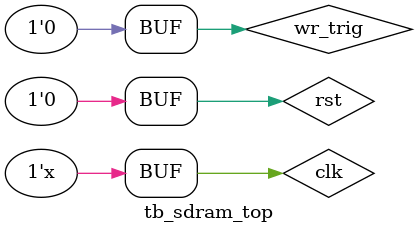
<source format=v>
`timescale 1ns/1ps
module tb_sdram_top;
reg clk;
reg rst;

wire            sdram_clk  ;
wire            sdram_cke  ;
wire            sdram_cs_n ;
wire            sdram_cas_n;
wire            sdram_ras_n;
wire            sdram_we_n ;
wire   [1:0]    sdram_bank ;
wire  [11:0]    sdram_addr ;
wire   [1:0]    sdram_dqm  ;
wire  [15:0]    sdram_dq   ;

reg             wr_trig;
initial begin
    clk = 1;
    rst = 1;
    #100
    rst = 0;
end

initial begin
    wr_trig = 0;
    #205000
    wr_trig = 1;
    #20
    wr_trig = 0; 
end
always #10 clk = ~clk;

defparam    sdram_model_plus_inst.addr_bits = 12;
defparam    sdram_model_plus_inst.data_bits = 16;
defparam    sdram_model_plus_inst.col_bits  =  9;
defparam    sdram_model_plus_inst.mem_sizes = 1024*1024*2; //2m

sdram_top  sdram_top_inst(
        .clk                (clk),
        .rst                (rst),
        .sdram_clk          (sdram_clk),
        .sdram_cke          (sdram_cke),
        .sdram_cs_n         (sdram_cs_n),
        .sdram_cas_n        (sdram_cas_n),
        .sdram_ras_n        (sdram_ras_n),
        .sdram_we_n         (sdram_we_n),
        .sdram_bank         (sdram_bank),
        .sdram_addr         (sdram_addr),
        .sdram_dqm          (sdram_dqm),
        .sdram_dq           (sdram_dq),

        .wr_trig            (wr_trig)
);

sdram_model_plus sdram_model_plus_inst(
    .Dq         (sdram_dq), 
    .Addr       (sdram_addr), 
    .Ba         (sdram_bank), 
    .Clk        (sdram_clk), 
    .Cke        (sdram_cke), 
    .Cs_n       (sdram_cs_n), 
    .Ras_n      (sdram_ras_n), 
    .Cas_n      (sdram_cas_n),  
    .We_n       (sdram_we_n), 
    .Dqm        (sdram_dqm),
    .Debug      (1'b1)
    );



endmodule
</source>
